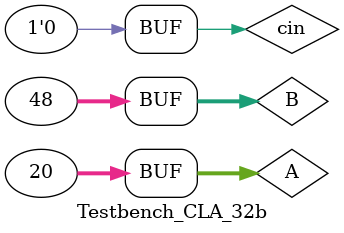
<source format=v>
`timescale 1ns / 1ps


module Testbench_CLA_32b();
    
    reg [31:0] A,B;
    reg cin;
    wire [31:0] S;
    wire cout;
    
    CLA_32b CLA_32b(
        .X(A),
        .Y(B),
        .S(S),
        .Cin(cin),
        .Cout(cout)
    );
    
    initial
    begin
    A=20;
    B=48;
    cin=0;
    end
    
endmodule

</source>
